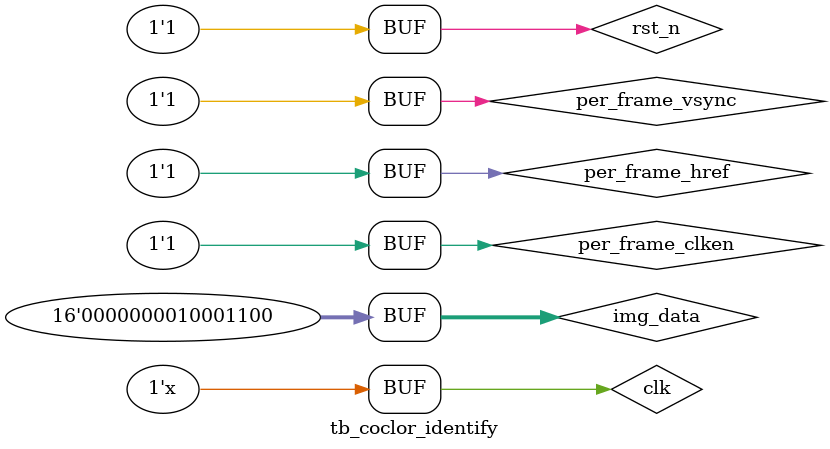
<source format=v>
`timescale 1ns / 1ps


module tb_coclor_identify;

	// Inputs
	reg clk;
	reg rst_n;
	reg per_frame_vsync;
	reg per_frame_href;
	reg per_frame_clken;
	reg [15:0] img_data;

	// Outputs
	wire img_en;

	// Instantiate the Unit Under Test (UUT)
	color_identify uut (
		.clk(clk), 
		.rst_n(rst_n), 
		.per_frame_vsync(per_frame_vsync), 
		.per_frame_href(per_frame_href), 
		.per_frame_clken(per_frame_clken), 
		.img_data(img_data), 
		.img_en(img_en)
	);
always #10 clk <= ~clk;
	initial begin
		// Initialize Inputs
		clk = 0;
		rst_n = 0;
		per_frame_vsync = 1;
		per_frame_href = 1;
		per_frame_clken = 1;
		img_data = 0;

		// Wait 100 ns for global reset to finish
		#100;
		rst_n = 1;
		img_data = 16'b00000_000000_11111;
		
		#100000;
		img_data = 'b01100_100101_11101;
		
		#100000;
		img_data = 'd100;
		
		#100000;
		img_data = 'd140;
		
		
        
		// Add stimulus here

	end
      
endmodule


</source>
